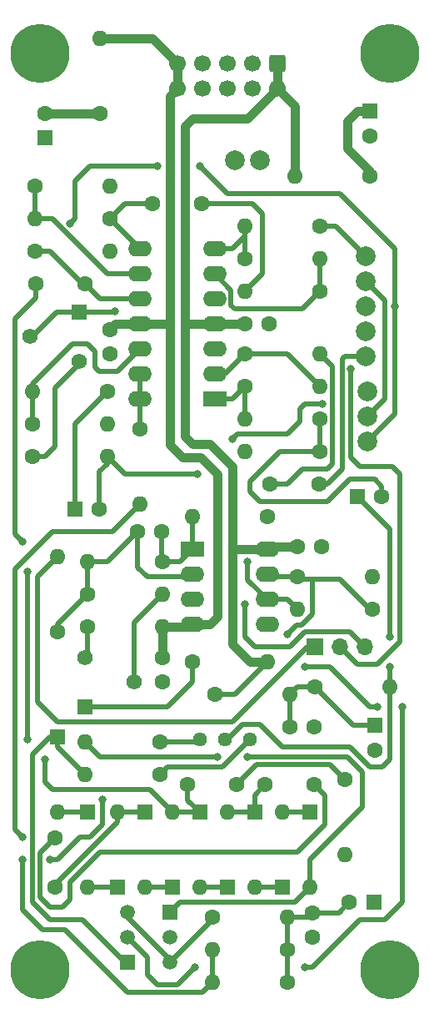
<source format=gtl>
G04 #@! TF.GenerationSoftware,KiCad,Pcbnew,(6.0.8-1)-1*
G04 #@! TF.CreationDate,2023-01-21T16:41:44+01:00*
G04 #@! TF.ProjectId,steiner-parker-vcf,73746569-6e65-4722-9d70-61726b65722d,rev?*
G04 #@! TF.SameCoordinates,Original*
G04 #@! TF.FileFunction,Copper,L1,Top*
G04 #@! TF.FilePolarity,Positive*
%FSLAX46Y46*%
G04 Gerber Fmt 4.6, Leading zero omitted, Abs format (unit mm)*
G04 Created by KiCad (PCBNEW (6.0.8-1)-1) date 2023-01-21 16:41:44*
%MOMM*%
%LPD*%
G01*
G04 APERTURE LIST*
G04 Aperture macros list*
%AMRoundRect*
0 Rectangle with rounded corners*
0 $1 Rounding radius*
0 $2 $3 $4 $5 $6 $7 $8 $9 X,Y pos of 4 corners*
0 Add a 4 corners polygon primitive as box body*
4,1,4,$2,$3,$4,$5,$6,$7,$8,$9,$2,$3,0*
0 Add four circle primitives for the rounded corners*
1,1,$1+$1,$2,$3*
1,1,$1+$1,$4,$5*
1,1,$1+$1,$6,$7*
1,1,$1+$1,$8,$9*
0 Add four rect primitives between the rounded corners*
20,1,$1+$1,$2,$3,$4,$5,0*
20,1,$1+$1,$4,$5,$6,$7,0*
20,1,$1+$1,$6,$7,$8,$9,0*
20,1,$1+$1,$8,$9,$2,$3,0*%
G04 Aperture macros list end*
G04 #@! TA.AperFunction,ComponentPad*
%ADD10R,1.600000X1.600000*%
G04 #@! TD*
G04 #@! TA.AperFunction,ComponentPad*
%ADD11O,1.600000X1.600000*%
G04 #@! TD*
G04 #@! TA.AperFunction,ComponentPad*
%ADD12C,1.600000*%
G04 #@! TD*
G04 #@! TA.AperFunction,ComponentPad*
%ADD13C,6.000000*%
G04 #@! TD*
G04 #@! TA.AperFunction,ComponentPad*
%ADD14R,1.700000X1.700000*%
G04 #@! TD*
G04 #@! TA.AperFunction,ComponentPad*
%ADD15O,1.700000X1.700000*%
G04 #@! TD*
G04 #@! TA.AperFunction,ComponentPad*
%ADD16R,2.400000X1.600000*%
G04 #@! TD*
G04 #@! TA.AperFunction,ComponentPad*
%ADD17O,2.400000X1.600000*%
G04 #@! TD*
G04 #@! TA.AperFunction,ComponentPad*
%ADD18R,1.500000X1.500000*%
G04 #@! TD*
G04 #@! TA.AperFunction,ComponentPad*
%ADD19C,1.500000*%
G04 #@! TD*
G04 #@! TA.AperFunction,ComponentPad*
%ADD20RoundRect,0.250000X-0.600000X0.600000X-0.600000X-0.600000X0.600000X-0.600000X0.600000X0.600000X0*%
G04 #@! TD*
G04 #@! TA.AperFunction,ComponentPad*
%ADD21C,1.700000*%
G04 #@! TD*
G04 #@! TA.AperFunction,ComponentPad*
%ADD22R,1.560000X1.560000*%
G04 #@! TD*
G04 #@! TA.AperFunction,ComponentPad*
%ADD23C,1.560000*%
G04 #@! TD*
G04 #@! TA.AperFunction,ComponentPad*
%ADD24C,1.440000*%
G04 #@! TD*
G04 #@! TA.AperFunction,ComponentPad*
%ADD25C,2.000000*%
G04 #@! TD*
G04 #@! TA.AperFunction,ViaPad*
%ADD26C,0.800000*%
G04 #@! TD*
G04 #@! TA.AperFunction,Conductor*
%ADD27C,0.889000*%
G04 #@! TD*
G04 #@! TA.AperFunction,Conductor*
%ADD28C,0.508000*%
G04 #@! TD*
G04 APERTURE END LIST*
D10*
X140970000Y-130556000D03*
D11*
X140970000Y-138176000D03*
D10*
X115316000Y-122936000D03*
D11*
X115316000Y-130556000D03*
D12*
X131318000Y-118618000D03*
D11*
X138938000Y-118618000D03*
D12*
X120396000Y-87884000D03*
D11*
X112776000Y-87884000D03*
D10*
X114046000Y-62142380D03*
D12*
X114046000Y-59642380D03*
D10*
X147486380Y-139700000D03*
D12*
X144986380Y-139700000D03*
D10*
X129794000Y-130556000D03*
D11*
X129794000Y-138176000D03*
D13*
X149098000Y-53594000D03*
D12*
X128564000Y-127762000D03*
X133564000Y-127762000D03*
X139700000Y-103632000D03*
X142200000Y-103632000D03*
X118110000Y-76962000D03*
X113110000Y-76962000D03*
D10*
X127000000Y-138176000D03*
D11*
X127000000Y-130556000D03*
D14*
X141478000Y-113792000D03*
D15*
X144018000Y-113792000D03*
X146558000Y-113792000D03*
D12*
X112776000Y-91186000D03*
D11*
X120396000Y-91186000D03*
D12*
X134366000Y-84074000D03*
D11*
X141986000Y-84074000D03*
D10*
X138176000Y-138176000D03*
D11*
X138176000Y-130556000D03*
D16*
X129017000Y-103896000D03*
D17*
X129017000Y-106436000D03*
X129017000Y-108976000D03*
X129017000Y-111516000D03*
X136637000Y-111516000D03*
X136637000Y-108976000D03*
X136637000Y-106436000D03*
X136637000Y-103896000D03*
D12*
X141224000Y-140736000D03*
X141224000Y-143236000D03*
D18*
X126746000Y-140716000D03*
D19*
X126746000Y-143256000D03*
X126746000Y-145796000D03*
D10*
X118364000Y-130556000D03*
D11*
X118364000Y-138176000D03*
D12*
X118364000Y-108458000D03*
D11*
X125984000Y-108458000D03*
D12*
X115316000Y-112268000D03*
D11*
X115316000Y-104648000D03*
D12*
X129032000Y-115316000D03*
D11*
X136652000Y-115316000D03*
D12*
X136652000Y-100584000D03*
D11*
X129032000Y-100584000D03*
D13*
X113538000Y-53594000D03*
D12*
X136946000Y-97282000D03*
X141946000Y-97282000D03*
X134366000Y-81026000D03*
X136866000Y-81026000D03*
D10*
X147574000Y-121753621D03*
D12*
X147574000Y-124253621D03*
X125984000Y-105156000D03*
D11*
X118364000Y-105156000D03*
D12*
X120650000Y-70358000D03*
D11*
X113030000Y-70358000D03*
D12*
X141986000Y-90678000D03*
D11*
X134366000Y-90678000D03*
D20*
X137668000Y-54610000D03*
D21*
X137668000Y-57150000D03*
X135128000Y-54610000D03*
X135128000Y-57150000D03*
X132588000Y-54610000D03*
X132588000Y-57150000D03*
X130048000Y-54610000D03*
X130048000Y-57150000D03*
X127508000Y-54610000D03*
X127508000Y-57150000D03*
D12*
X138958000Y-121920000D03*
X141458000Y-121920000D03*
X130008000Y-68834000D03*
X125008000Y-68834000D03*
D22*
X117556000Y-79796000D03*
D23*
X112556000Y-82296000D03*
X117556000Y-84796000D03*
D12*
X120650000Y-84074000D03*
X120650000Y-81574000D03*
D24*
X134884000Y-123190000D03*
X132344000Y-123190000D03*
X129804000Y-123190000D03*
D10*
X147066000Y-59436000D03*
D12*
X147066000Y-61936000D03*
X134366000Y-74422000D03*
D11*
X141986000Y-74422000D03*
D12*
X125730000Y-126746000D03*
D11*
X118110000Y-126746000D03*
D10*
X132588000Y-138176000D03*
D11*
X132588000Y-130556000D03*
D12*
X113030000Y-67056000D03*
D11*
X120650000Y-67056000D03*
D25*
X133350000Y-64389000D03*
X135890000Y-64389000D03*
D12*
X115062000Y-138136000D03*
X115062000Y-133136000D03*
D10*
X135382000Y-130556000D03*
D11*
X135382000Y-138176000D03*
D12*
X147320000Y-109982000D03*
D11*
X139700000Y-109982000D03*
D12*
X125730000Y-123444000D03*
D11*
X118110000Y-123444000D03*
D12*
X113030000Y-73660000D03*
D11*
X120650000Y-73660000D03*
D13*
X149098000Y-146558000D03*
D12*
X144526000Y-127254000D03*
D11*
X144526000Y-134874000D03*
D22*
X118156000Y-119848000D03*
D23*
X123156000Y-117348000D03*
X118156000Y-114848000D03*
D12*
X138684000Y-144526000D03*
D11*
X131064000Y-144526000D03*
D12*
X147066000Y-66040000D03*
D11*
X139446000Y-66040000D03*
D12*
X134366000Y-87376000D03*
D11*
X141986000Y-87376000D03*
D12*
X138684000Y-147828000D03*
D11*
X131064000Y-147828000D03*
D16*
X131333000Y-88651000D03*
D17*
X131333000Y-86111000D03*
X131333000Y-83571000D03*
X131333000Y-81031000D03*
X131333000Y-78491000D03*
X131333000Y-75951000D03*
X131333000Y-73411000D03*
X123713000Y-73411000D03*
X123713000Y-75951000D03*
X123713000Y-78491000D03*
X123713000Y-81031000D03*
X123713000Y-83571000D03*
X123713000Y-86111000D03*
X123713000Y-88651000D03*
D12*
X131064000Y-141224000D03*
D11*
X138684000Y-141224000D03*
D12*
X141986000Y-77724000D03*
D11*
X134366000Y-77724000D03*
D12*
X125984000Y-117348000D03*
X125984000Y-114848000D03*
D10*
X124206000Y-130556000D03*
D11*
X124206000Y-138176000D03*
D10*
X145796000Y-98552000D03*
D12*
X148296000Y-98552000D03*
X112776000Y-94488000D03*
D11*
X120396000Y-94488000D03*
D12*
X139700000Y-106680000D03*
D11*
X147320000Y-106680000D03*
D10*
X121412000Y-138176000D03*
D11*
X121412000Y-130556000D03*
D25*
X146812000Y-92964000D03*
X146812000Y-90424000D03*
X146812000Y-87884000D03*
D10*
X117094000Y-99822000D03*
D12*
X119594000Y-99822000D03*
X125964000Y-102108000D03*
X123464000Y-102108000D03*
X118364000Y-111760000D03*
D11*
X125984000Y-111760000D03*
D12*
X141986000Y-71120000D03*
D11*
X134366000Y-71120000D03*
D13*
X113538000Y-146558000D03*
D12*
X136438000Y-127762000D03*
X141438000Y-127762000D03*
D18*
X122428000Y-145796000D03*
D19*
X122428000Y-143256000D03*
X122428000Y-140716000D03*
D12*
X123698000Y-91694000D03*
D11*
X123698000Y-99314000D03*
D12*
X141986000Y-93980000D03*
D11*
X134366000Y-93980000D03*
D12*
X141478000Y-117856000D03*
D11*
X149098000Y-117856000D03*
D12*
X119634000Y-59690000D03*
D11*
X119634000Y-52070000D03*
D25*
X146685000Y-84328000D03*
X146685000Y-81788000D03*
X146685000Y-79248000D03*
X146685000Y-76708000D03*
X146685000Y-74168000D03*
D26*
X111760000Y-135382000D03*
X114554000Y-135382000D03*
X119888000Y-129286000D03*
X134366000Y-109474000D03*
X111760000Y-133096000D03*
X149098000Y-115824000D03*
X149098000Y-112776000D03*
X114046000Y-125222000D03*
X112268000Y-106172000D03*
X112268000Y-123190000D03*
X111760000Y-103124000D03*
X121158000Y-79756000D03*
X142240000Y-89154000D03*
X129540000Y-96266000D03*
X133096000Y-92710000D03*
X131572000Y-124968000D03*
X134620000Y-124968000D03*
X145125500Y-85598000D03*
X116586000Y-70866000D03*
X129794000Y-65024000D03*
X125476000Y-65024000D03*
X149606000Y-79248000D03*
X140462000Y-146304000D03*
X150368000Y-119888000D03*
X147828000Y-119888000D03*
X138684000Y-112522000D03*
X129286000Y-146304000D03*
X140462000Y-115824000D03*
X134648000Y-105156000D03*
D27*
X147066000Y-66040000D02*
X147066000Y-65532000D01*
X147066000Y-65532000D02*
X144780000Y-63246000D01*
X145796000Y-59436000D02*
X147066000Y-59436000D01*
X144780000Y-63246000D02*
X144780000Y-60452000D01*
X144780000Y-60452000D02*
X145796000Y-59436000D01*
X114046000Y-59642380D02*
X119586380Y-59642380D01*
X119586380Y-59642380D02*
X119634000Y-59690000D01*
X133096000Y-95504000D02*
X133096000Y-113538000D01*
X134620000Y-60198000D02*
X129032000Y-60198000D01*
X133106000Y-103896000D02*
X136637000Y-103896000D01*
X134874000Y-115316000D02*
X136652000Y-115316000D01*
X139446000Y-58928000D02*
X137668000Y-57150000D01*
X137668000Y-57150000D02*
X134620000Y-60198000D01*
X136637000Y-103896000D02*
X136901000Y-103632000D01*
D28*
X133350000Y-118618000D02*
X136652000Y-115316000D01*
D27*
X136901000Y-103632000D02*
X139700000Y-103632000D01*
X133096000Y-103886000D02*
X133106000Y-103896000D01*
X131338000Y-81026000D02*
X131333000Y-81031000D01*
X128270000Y-60960000D02*
X128270000Y-81026000D01*
X129032000Y-60198000D02*
X128270000Y-60960000D01*
X128275000Y-81031000D02*
X128270000Y-81026000D01*
X133096000Y-113538000D02*
X134874000Y-115316000D01*
X129032000Y-93218000D02*
X130810000Y-93218000D01*
X139446000Y-66040000D02*
X139446000Y-58928000D01*
X134366000Y-81026000D02*
X131338000Y-81026000D01*
X131333000Y-81031000D02*
X128275000Y-81031000D01*
D28*
X131318000Y-118618000D02*
X133350000Y-118618000D01*
D27*
X137668000Y-54610000D02*
X137668000Y-57150000D01*
X128270000Y-81026000D02*
X128270000Y-92456000D01*
X130810000Y-93218000D02*
X133096000Y-95504000D01*
X128270000Y-92456000D02*
X129032000Y-93218000D01*
D28*
X119888000Y-129286000D02*
X119888000Y-131826000D01*
X123698000Y-148844000D02*
X122428000Y-148844000D01*
D27*
X130800000Y-111516000D02*
X129017000Y-111516000D01*
X126741000Y-81031000D02*
X126746000Y-81026000D01*
X126746000Y-81026000D02*
X126746000Y-93234078D01*
D28*
X122428000Y-148844000D02*
X117348000Y-143764000D01*
X131064000Y-147828000D02*
X130048000Y-148844000D01*
D27*
X125984000Y-111760000D02*
X128773000Y-111760000D01*
X123713000Y-81031000D02*
X121193000Y-81031000D01*
X127508000Y-57150000D02*
X126746000Y-57912000D01*
X128773000Y-111760000D02*
X129017000Y-111516000D01*
D28*
X115316000Y-135382000D02*
X114554000Y-135382000D01*
D27*
X126746000Y-93234078D02*
X128072922Y-94561000D01*
X128072922Y-94561000D02*
X129867000Y-94561000D01*
X131572000Y-110744000D02*
X130800000Y-111516000D01*
X121193000Y-81031000D02*
X120650000Y-81574000D01*
D28*
X131064000Y-144526000D02*
X131064000Y-147828000D01*
X119888000Y-131826000D02*
X118618000Y-133096000D01*
X117348000Y-143764000D02*
X116078000Y-142494000D01*
D27*
X124968000Y-52070000D02*
X127508000Y-54610000D01*
X119634000Y-52070000D02*
X124968000Y-52070000D01*
X127508000Y-54610000D02*
X127508000Y-57150000D01*
D28*
X111760000Y-140462000D02*
X111760000Y-135382000D01*
X114300000Y-142494000D02*
X113792000Y-142494000D01*
X130048000Y-148844000D02*
X123698000Y-148844000D01*
X113792000Y-142494000D02*
X111760000Y-140462000D01*
X116078000Y-142494000D02*
X114300000Y-142494000D01*
D27*
X131572000Y-96266000D02*
X131572000Y-110744000D01*
X129867000Y-94561000D02*
X131572000Y-96266000D01*
X126746000Y-57912000D02*
X126746000Y-81026000D01*
D28*
X118618000Y-133096000D02*
X117602000Y-133096000D01*
D27*
X125984000Y-114848000D02*
X125984000Y-111760000D01*
D28*
X117602000Y-133096000D02*
X115316000Y-135382000D01*
D27*
X123713000Y-81031000D02*
X126741000Y-81031000D01*
D28*
X144272000Y-84582000D02*
X144526000Y-84328000D01*
X142748000Y-97282000D02*
X144272000Y-95758000D01*
X141946000Y-97282000D02*
X142748000Y-97282000D01*
X144272000Y-95758000D02*
X144272000Y-84582000D01*
X144526000Y-84328000D02*
X146685000Y-84328000D01*
X142748000Y-95758000D02*
X143256000Y-95250000D01*
X138684000Y-97282000D02*
X140208000Y-95758000D01*
X143256000Y-95250000D02*
X143256000Y-85344000D01*
X136946000Y-97282000D02*
X138684000Y-97282000D01*
X140208000Y-95758000D02*
X142748000Y-95758000D01*
X143256000Y-85344000D02*
X141986000Y-84074000D01*
X115316000Y-111506000D02*
X118364000Y-108458000D01*
X115316000Y-112268000D02*
X115316000Y-111506000D01*
X135382000Y-113792000D02*
X134366000Y-112776000D01*
X146558000Y-113792000D02*
X145034000Y-112268000D01*
X120416000Y-105156000D02*
X123464000Y-102108000D01*
X145034000Y-112268000D02*
X140462000Y-112268000D01*
X140462000Y-112268000D02*
X138938000Y-113792000D01*
X123464000Y-105684000D02*
X123464000Y-102108000D01*
X138938000Y-113792000D02*
X135382000Y-113792000D01*
X129017000Y-106436000D02*
X128773000Y-106680000D01*
X118364000Y-105156000D02*
X120416000Y-105156000D01*
X128773000Y-106680000D02*
X124460000Y-106680000D01*
X118364000Y-108458000D02*
X118364000Y-105156000D01*
X134366000Y-112776000D02*
X134366000Y-109474000D01*
X124460000Y-106680000D02*
X123464000Y-105684000D01*
X125964000Y-105136000D02*
X125984000Y-105156000D01*
X127757000Y-105156000D02*
X129017000Y-103896000D01*
X129032000Y-100584000D02*
X129032000Y-103881000D01*
X125964000Y-102108000D02*
X125964000Y-105136000D01*
X129032000Y-103881000D02*
X129017000Y-103896000D01*
X125984000Y-105156000D02*
X127757000Y-105156000D01*
X114808000Y-102108000D02*
X110998000Y-105918000D01*
X123698000Y-99314000D02*
X120904000Y-102108000D01*
X114554000Y-140208000D02*
X113538000Y-139192000D01*
X139700000Y-134620000D02*
X119634000Y-134620000D01*
X120904000Y-102108000D02*
X114808000Y-102108000D01*
X115824000Y-140208000D02*
X114554000Y-140208000D01*
X110998000Y-132334000D02*
X111760000Y-133096000D01*
X110998000Y-105918000D02*
X110998000Y-132334000D01*
X141438000Y-127762000D02*
X142494000Y-128818000D01*
X116586000Y-139446000D02*
X115824000Y-140208000D01*
X113538000Y-134660000D02*
X115062000Y-133136000D01*
X116586000Y-137668000D02*
X116586000Y-139446000D01*
X113538000Y-139192000D02*
X113538000Y-134660000D01*
X142494000Y-131826000D02*
X139700000Y-134620000D01*
X142494000Y-128818000D02*
X142494000Y-131826000D01*
X119634000Y-134620000D02*
X116586000Y-137668000D01*
X121412000Y-131572000D02*
X121412000Y-130556000D01*
X115062000Y-137922000D02*
X121412000Y-131572000D01*
X115062000Y-138136000D02*
X115062000Y-137922000D01*
X121412000Y-130556000D02*
X124206000Y-130556000D01*
X134874000Y-98044000D02*
X134874000Y-97028000D01*
X148296000Y-97496000D02*
X147574000Y-96774000D01*
X148296000Y-98552000D02*
X148296000Y-97496000D01*
X141986000Y-90678000D02*
X141986000Y-93980000D01*
X137922000Y-93980000D02*
X141986000Y-93980000D01*
X147574000Y-96774000D02*
X145034000Y-96774000D01*
X142748000Y-99060000D02*
X135890000Y-99060000D01*
X145034000Y-96774000D02*
X142748000Y-99060000D01*
X134874000Y-97028000D02*
X137922000Y-93980000D01*
X135890000Y-99060000D02*
X134874000Y-98044000D01*
X135890000Y-121666000D02*
X138176000Y-123952000D01*
X134112000Y-121666000D02*
X135890000Y-121666000D01*
X149098000Y-117856000D02*
X149098000Y-115824000D01*
X148336000Y-125984000D02*
X149098000Y-125222000D01*
X132588000Y-123190000D02*
X134112000Y-121666000D01*
X138176000Y-123952000D02*
X145034000Y-123952000D01*
X149098000Y-101854000D02*
X145796000Y-98552000D01*
X147066000Y-125984000D02*
X148336000Y-125984000D01*
X149098000Y-125222000D02*
X149098000Y-117856000D01*
X132344000Y-123190000D02*
X132588000Y-123190000D01*
X149098000Y-112776000D02*
X149098000Y-101854000D01*
X145034000Y-123952000D02*
X147066000Y-125984000D01*
X143002000Y-125730000D02*
X144526000Y-127254000D01*
X135596000Y-125730000D02*
X143002000Y-125730000D01*
X133564000Y-127762000D02*
X135596000Y-125730000D01*
X111760000Y-103124000D02*
X110998000Y-102362000D01*
X114808000Y-128270000D02*
X114046000Y-127508000D01*
X128564000Y-129326000D02*
X129794000Y-130556000D01*
X114046000Y-127508000D02*
X114046000Y-125222000D01*
X128564000Y-127762000D02*
X128564000Y-129326000D01*
X127000000Y-130556000D02*
X129794000Y-130556000D01*
X112268000Y-123190000D02*
X112268000Y-106172000D01*
X124714000Y-128270000D02*
X114808000Y-128270000D01*
X110998000Y-80518000D02*
X113110000Y-78406000D01*
X127000000Y-130556000D02*
X124714000Y-128270000D01*
X110998000Y-102362000D02*
X110998000Y-80518000D01*
X113110000Y-78406000D02*
X113110000Y-76962000D01*
X138958000Y-118638000D02*
X138938000Y-118618000D01*
X147574000Y-121753621D02*
X145375621Y-121753621D01*
X145375621Y-121753621D02*
X141478000Y-117856000D01*
X139700000Y-117856000D02*
X138938000Y-118618000D01*
X141478000Y-117856000D02*
X139700000Y-117856000D01*
X138958000Y-121920000D02*
X138958000Y-118638000D01*
X132588000Y-130556000D02*
X135382000Y-130556000D01*
X135382000Y-128818000D02*
X136438000Y-127762000D01*
X135382000Y-130556000D02*
X135382000Y-128818000D01*
X138684000Y-141224000D02*
X140736000Y-141224000D01*
X143950380Y-140736000D02*
X144986380Y-139700000D01*
X138684000Y-147828000D02*
X138684000Y-144526000D01*
X141224000Y-140736000D02*
X143950380Y-140736000D01*
X140736000Y-141224000D02*
X141224000Y-140736000D01*
X138684000Y-144526000D02*
X138684000Y-141224000D01*
X119639000Y-78491000D02*
X118110000Y-76962000D01*
X123713000Y-78491000D02*
X119639000Y-78491000D01*
X113030000Y-73660000D02*
X114554000Y-73660000D01*
X117856000Y-76962000D02*
X118110000Y-76962000D01*
X114554000Y-73660000D02*
X117856000Y-76962000D01*
X112810000Y-82262000D02*
X115276000Y-79796000D01*
X123713000Y-73411000D02*
X123703000Y-73411000D01*
X112810000Y-82296000D02*
X112810000Y-82262000D01*
X117810000Y-79796000D02*
X121118000Y-79796000D01*
X121118000Y-79796000D02*
X121158000Y-79756000D01*
X122174000Y-68834000D02*
X120650000Y-70358000D01*
X125008000Y-68834000D02*
X122174000Y-68834000D01*
X115276000Y-79796000D02*
X117810000Y-79796000D01*
X123703000Y-73411000D02*
X120650000Y-70358000D01*
X136144000Y-69850000D02*
X135128000Y-68834000D01*
X134366000Y-77724000D02*
X136144000Y-75946000D01*
X136144000Y-75946000D02*
X136144000Y-69850000D01*
X135128000Y-68834000D02*
X130008000Y-68834000D01*
X139954000Y-90932000D02*
X139954000Y-89662000D01*
X140462000Y-89154000D02*
X142240000Y-89154000D01*
X119594000Y-96012000D02*
X119594000Y-99822000D01*
X133604000Y-92202000D02*
X138684000Y-92202000D01*
X148590000Y-88646000D02*
X148590000Y-78613000D01*
X146812000Y-90424000D02*
X148590000Y-88646000D01*
X138684000Y-92202000D02*
X139954000Y-90932000D01*
X120396000Y-94488000D02*
X122174000Y-96266000D01*
X122174000Y-96266000D02*
X129540000Y-96266000D01*
X139954000Y-89662000D02*
X140462000Y-89154000D01*
X120396000Y-95210000D02*
X119594000Y-96012000D01*
X120396000Y-94488000D02*
X120396000Y-95210000D01*
X146685000Y-76708000D02*
X148590000Y-78613000D01*
X133096000Y-92710000D02*
X133604000Y-92202000D01*
X120396000Y-87884000D02*
X117094000Y-91186000D01*
X117094000Y-91186000D02*
X117094000Y-99822000D01*
X115316000Y-130556000D02*
X118364000Y-130556000D01*
X112776000Y-124714000D02*
X114554000Y-122936000D01*
X115316000Y-123952000D02*
X118110000Y-126746000D01*
X112776000Y-139700000D02*
X112776000Y-124714000D01*
X117856000Y-141478000D02*
X114554000Y-141478000D01*
X114554000Y-141478000D02*
X112776000Y-139700000D01*
X115316000Y-122936000D02*
X115316000Y-123952000D01*
X114554000Y-122936000D02*
X115316000Y-122936000D01*
X122428000Y-145796000D02*
X122174000Y-145796000D01*
X122174000Y-145796000D02*
X117856000Y-141478000D01*
X118364000Y-138176000D02*
X121412000Y-138176000D01*
X124206000Y-138176000D02*
X127000000Y-138176000D01*
X129794000Y-138176000D02*
X132588000Y-138176000D01*
X135382000Y-138176000D02*
X138176000Y-138176000D01*
X138176000Y-130556000D02*
X140970000Y-130556000D01*
X118110000Y-123444000D02*
X119634000Y-124968000D01*
X140970000Y-135382000D02*
X146304000Y-130048000D01*
X146304000Y-126492000D02*
X144780000Y-124968000D01*
X139446000Y-139700000D02*
X140970000Y-138176000D01*
X140970000Y-138176000D02*
X140970000Y-135382000D01*
X119634000Y-124968000D02*
X131572000Y-124968000D01*
X127762000Y-139700000D02*
X139446000Y-139700000D01*
X144780000Y-124968000D02*
X134620000Y-124968000D01*
X126746000Y-140716000D02*
X127762000Y-139700000D01*
X146304000Y-130048000D02*
X146304000Y-126492000D01*
X144018000Y-113792000D02*
X145796000Y-115570000D01*
X150114000Y-96266000D02*
X149352000Y-95504000D01*
X145796000Y-115570000D02*
X147828000Y-115570000D01*
X150114000Y-113284000D02*
X150114000Y-96266000D01*
X147828000Y-115570000D02*
X150114000Y-113284000D01*
X149352000Y-95504000D02*
X146050000Y-95504000D01*
X146050000Y-95504000D02*
X145125500Y-94579500D01*
X145125500Y-94579500D02*
X145125500Y-85598000D01*
X149606000Y-79248000D02*
X149606000Y-73406000D01*
X115062000Y-87544000D02*
X115062000Y-93472000D01*
X117810000Y-84796000D02*
X115062000Y-87544000D01*
X115062000Y-93472000D02*
X114046000Y-94488000D01*
X125476000Y-65024000D02*
X118618000Y-65024000D01*
X146812000Y-92964000D02*
X149606000Y-90170000D01*
X149606000Y-73406000D02*
X144018000Y-67818000D01*
X114046000Y-94488000D02*
X112776000Y-94488000D01*
X117094000Y-66548000D02*
X117094000Y-70358000D01*
X144018000Y-67818000D02*
X132588000Y-67818000D01*
X118618000Y-65024000D02*
X117094000Y-66548000D01*
X117094000Y-70358000D02*
X116586000Y-70866000D01*
X132588000Y-67818000D02*
X129794000Y-65024000D01*
X149606000Y-90170000D02*
X149606000Y-79248000D01*
X143637000Y-71120000D02*
X146685000Y-74168000D01*
X141986000Y-71120000D02*
X143637000Y-71120000D01*
X115316000Y-121412000D02*
X113284000Y-119380000D01*
X140716000Y-113792000D02*
X133096000Y-121412000D01*
X141478000Y-113792000D02*
X140716000Y-113792000D01*
X133096000Y-121412000D02*
X115316000Y-121412000D01*
X113284000Y-119380000D02*
X113284000Y-106680000D01*
X113284000Y-106680000D02*
X115316000Y-104648000D01*
X145288000Y-142240000D02*
X146050000Y-141478000D01*
X143002000Y-115824000D02*
X140462000Y-115824000D01*
X141224000Y-146304000D02*
X145288000Y-142240000D01*
X136637000Y-106436000D02*
X136881000Y-106680000D01*
X127508000Y-148082000D02*
X129286000Y-146304000D01*
X136881000Y-106680000D02*
X139700000Y-106680000D01*
X150368000Y-139700000D02*
X150368000Y-119888000D01*
X141224000Y-110490000D02*
X140154000Y-111560000D01*
X141224000Y-106934000D02*
X141224000Y-110490000D01*
X139700000Y-106680000D02*
X139954000Y-106934000D01*
X147066000Y-109982000D02*
X147320000Y-109982000D01*
X124460000Y-145288000D02*
X124460000Y-145542000D01*
X149352000Y-140716000D02*
X150368000Y-139700000D01*
X125476000Y-148082000D02*
X127508000Y-148082000D01*
X147828000Y-119888000D02*
X147066000Y-119888000D01*
X139954000Y-106934000D02*
X144018000Y-106934000D01*
X124460000Y-147066000D02*
X125476000Y-148082000D01*
X140462000Y-146304000D02*
X141224000Y-146304000D01*
X144018000Y-106934000D02*
X147066000Y-109982000D01*
X147066000Y-119888000D02*
X143002000Y-115824000D01*
X140154000Y-111560000D02*
X139646000Y-111560000D01*
X148336000Y-141478000D02*
X148590000Y-141478000D01*
X148590000Y-141478000D02*
X149352000Y-140716000D01*
X124460000Y-145542000D02*
X124460000Y-147066000D01*
X122428000Y-143256000D02*
X124460000Y-145288000D01*
X146050000Y-141478000D02*
X148336000Y-141478000D01*
X139646000Y-111560000D02*
X138684000Y-112522000D01*
X122428000Y-141224000D02*
X126746000Y-145542000D01*
X122428000Y-140716000D02*
X122428000Y-141224000D01*
X126746000Y-145542000D02*
X126746000Y-145796000D01*
X131064000Y-141478000D02*
X131064000Y-141224000D01*
X126746000Y-145796000D02*
X131064000Y-141478000D01*
X126532000Y-119848000D02*
X129032000Y-117348000D01*
X129032000Y-117348000D02*
X129032000Y-115316000D01*
X118156000Y-119848000D02*
X126532000Y-119848000D01*
X118364000Y-114640000D02*
X118156000Y-114848000D01*
X118364000Y-111760000D02*
X118364000Y-114640000D01*
X132329000Y-86111000D02*
X134366000Y-84074000D01*
X134366000Y-84074000D02*
X138684000Y-84074000D01*
X131333000Y-86111000D02*
X132329000Y-86111000D01*
X138684000Y-84074000D02*
X141986000Y-87376000D01*
X123156000Y-117348000D02*
X123156000Y-111286000D01*
X123156000Y-111286000D02*
X125984000Y-108458000D01*
X131333000Y-88651000D02*
X133091000Y-88651000D01*
X134366000Y-87376000D02*
X134366000Y-90678000D01*
X133091000Y-88651000D02*
X134366000Y-87376000D01*
X136637000Y-108976000D02*
X134648000Y-106987000D01*
X134648000Y-106987000D02*
X134648000Y-105156000D01*
X138694000Y-108976000D02*
X139700000Y-109982000D01*
X136637000Y-108976000D02*
X138694000Y-108976000D01*
X132127999Y-125946001D02*
X134884000Y-123190000D01*
X126529999Y-125946001D02*
X132127999Y-125946001D01*
X125730000Y-126746000D02*
X126529999Y-125946001D01*
X125730000Y-123444000D02*
X129550000Y-123444000D01*
X129550000Y-123444000D02*
X129804000Y-123190000D01*
X123713000Y-86111000D02*
X123713000Y-88651000D01*
X123713000Y-88651000D02*
X123713000Y-91679000D01*
X123713000Y-91679000D02*
X123698000Y-91694000D01*
X113030000Y-70358000D02*
X114808000Y-70358000D01*
X120401000Y-75951000D02*
X123713000Y-75951000D01*
X114808000Y-70358000D02*
X120401000Y-75951000D01*
X113030000Y-67056000D02*
X113030000Y-70358000D01*
X116840000Y-83058000D02*
X112776000Y-87122000D01*
X119126000Y-83820000D02*
X118364000Y-83058000D01*
X112776000Y-87122000D02*
X112776000Y-87884000D01*
X118364000Y-83058000D02*
X116840000Y-83058000D01*
X121432000Y-85852000D02*
X119588860Y-85852000D01*
X112776000Y-91186000D02*
X112776000Y-87884000D01*
X119588860Y-85852000D02*
X119126000Y-85389140D01*
X119126000Y-85389140D02*
X119126000Y-83820000D01*
X123713000Y-83571000D02*
X121432000Y-85852000D01*
X140208000Y-79502000D02*
X141986000Y-77724000D01*
X141986000Y-74422000D02*
X141986000Y-77724000D01*
X133350000Y-79502000D02*
X132987000Y-79139000D01*
X132987000Y-79139000D02*
X132987000Y-77605000D01*
X133350000Y-79502000D02*
X140208000Y-79502000D01*
X132987000Y-77605000D02*
X131333000Y-75951000D01*
X133091000Y-73411000D02*
X134366000Y-72136000D01*
X134366000Y-74422000D02*
X134366000Y-71120000D01*
X131333000Y-73411000D02*
X133091000Y-73411000D01*
M02*

</source>
